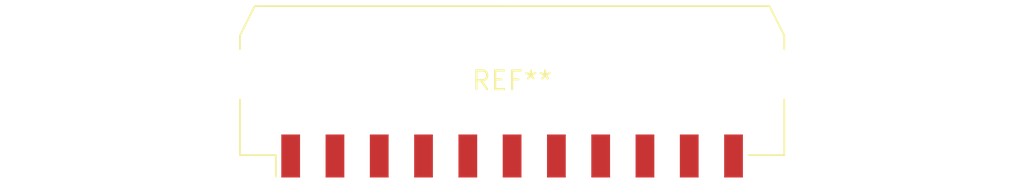
<source format=kicad_pcb>
(kicad_pcb (version 20240108) (generator pcbnew)
  (layers (0 "F.Cu" signal) (31 "B.Cu" signal) (34 "B.Paste" user) (35 "F.Paste" user) (36 "B.SilkS" user "B.Silkscreen") (37 "F.SilkS" user "F.Silkscreen") (38 "B.Mask" user) (39 "F.Mask" user) (44 "Edge.Cuts" user))
  (net 0 "")
  (footprint "Molex_Micro-Fit_3.0_43650-1110_1x11-1MP_P3.00mm_Horizontal_PnP" (layer "F.Cu") (at 0 0)
    (property "Reference" "REF**")
    (property "Value" "Molex_Micro-Fit_3.0_43650-1110_1x11-1MP_P3.00mm_Horizontal_PnP")
    (fp_line (start -18.435 -3.06) (end -18.435 -2.14) (layer "F.SilkS") (stroke (width 0.12)))
    (fp_line (start -18.435 1.29) (end -18.435 5.06) (layer "F.SilkS") (stroke (width 0.12)))
    (fp_line (start -18.435 5.06) (end -16.005 5.06) (layer "F.SilkS") (stroke (width 0.12)))
    (fp_line (start -17.435 -5.06) (end -18.435 -3.06) (layer "F.SilkS") (stroke (width 0.12)))
    (fp_line (start -16.005 5.06) (end -16.005 6.52) (layer "F.SilkS") (stroke (width 0.12)))
    (fp_line (start 0 -5.06) (end -17.435 -5.06) (layer "F.SilkS") (stroke (width 0.12)))
    (fp_line (start 0 -5.06) (end 17.435 -5.06) (layer "F.SilkS") (stroke (width 0.12)))
    (fp_line (start 17.435 -5.06) (end 18.435 -3.06) (layer "F.SilkS") (stroke (width 0.12)))
    (fp_line (start 18.435 -3.06) (end 18.435 -2.14) (layer "F.SilkS") (stroke (width 0.12)))
    (fp_line (start 18.435 1.29) (end 18.435 5.06) (layer "F.SilkS") (stroke (width 0.12)))
    (fp_line (start 18.435 5.06) (end 16.005 5.06) (layer "F.SilkS") (stroke (width 0.12)))
    (pad "1" smd rect (at -15 5.12) (size 1.27 2.92) (layers "F.Cu" "F.Paste" "F.Mask"))
    (pad "2" smd rect (at -12 5.12) (size 1.27 2.92) (layers "F.Cu" "F.Paste" "F.Mask"))
    (pad "3" smd rect (at -9 5.12) (size 1.27 2.92) (layers "F.Cu" "F.Paste" "F.Mask"))
    (pad "4" smd rect (at -6 5.12) (size 1.27 2.92) (layers "F.Cu" "F.Paste" "F.Mask"))
    (pad "5" smd rect (at -3 5.12) (size 1.27 2.92) (layers "F.Cu" "F.Paste" "F.Mask"))
    (pad "6" smd rect (at 0 5.12) (size 1.27 2.92) (layers "F.Cu" "F.Paste" "F.Mask"))
    (pad "7" smd rect (at 3 5.12) (size 1.27 2.92) (layers "F.Cu" "F.Paste" "F.Mask"))
    (pad "8" smd rect (at 6 5.12) (size 1.27 2.92) (layers "F.Cu" "F.Paste" "F.Mask"))
    (pad "9" smd rect (at 9 5.12) (size 1.27 2.92) (layers "F.Cu" "F.Paste" "F.Mask"))
    (pad "10" smd rect (at 12 5.12) (size 1.27 2.92) (layers "F.Cu" "F.Paste" "F.Mask"))
    (pad "11" smd rect (at 15 5.12) (size 1.27 2.92) (layers "F.Cu" "F.Paste" "F.Mask"))
    (pad "MP" thru_hole circle (at -17.15 -0.35) (size 2.84 2.84) (drill 2.54) (layers *.Cu *.Mask) (remove_unused_layers))
    (pad "MP" thru_hole circle (at 17.15 -0.35) (size 2.84 2.84) (drill 2.54) (layers *.Cu *.Mask) (remove_unused_layers))
  )
)
</source>
